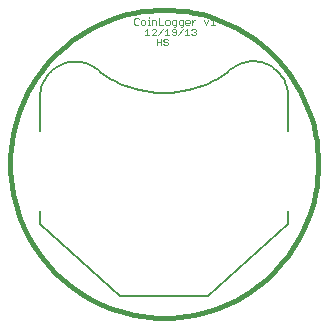
<source format=gbo>
G75*
G70*
%OFA0B0*%
%FSLAX24Y24*%
%IPPOS*%
%LPD*%
%AMOC8*
5,1,8,0,0,1.08239X$1,22.5*
%
%ADD10C,0.0160*%
%ADD11C,0.0020*%
%ADD12C,0.0080*%
D10*
X001877Y007227D02*
X001883Y007479D01*
X001902Y007730D01*
X001933Y007980D01*
X001976Y008228D01*
X002031Y008474D01*
X002098Y008717D01*
X002177Y008956D01*
X002268Y009191D01*
X002370Y009422D01*
X002483Y009647D01*
X002607Y009866D01*
X002742Y010079D01*
X002887Y010285D01*
X003042Y010483D01*
X003207Y010674D01*
X003380Y010857D01*
X003563Y011030D01*
X003754Y011195D01*
X003952Y011350D01*
X004158Y011495D01*
X004371Y011630D01*
X004590Y011754D01*
X004815Y011867D01*
X005046Y011969D01*
X005281Y012060D01*
X005520Y012139D01*
X005763Y012206D01*
X006009Y012261D01*
X006257Y012304D01*
X006507Y012335D01*
X006758Y012354D01*
X007010Y012360D01*
X007262Y012354D01*
X007513Y012335D01*
X007763Y012304D01*
X008011Y012261D01*
X008257Y012206D01*
X008500Y012139D01*
X008739Y012060D01*
X008974Y011969D01*
X009205Y011867D01*
X009430Y011754D01*
X009649Y011630D01*
X009862Y011495D01*
X010068Y011350D01*
X010266Y011195D01*
X010457Y011030D01*
X010640Y010857D01*
X010813Y010674D01*
X010978Y010483D01*
X011133Y010285D01*
X011278Y010079D01*
X011413Y009866D01*
X011537Y009647D01*
X011650Y009422D01*
X011752Y009191D01*
X011843Y008956D01*
X011922Y008717D01*
X011989Y008474D01*
X012044Y008228D01*
X012087Y007980D01*
X012118Y007730D01*
X012137Y007479D01*
X012143Y007227D01*
X012137Y006975D01*
X012118Y006724D01*
X012087Y006474D01*
X012044Y006226D01*
X011989Y005980D01*
X011922Y005737D01*
X011843Y005498D01*
X011752Y005263D01*
X011650Y005032D01*
X011537Y004807D01*
X011413Y004588D01*
X011278Y004375D01*
X011133Y004169D01*
X010978Y003971D01*
X010813Y003780D01*
X010640Y003597D01*
X010457Y003424D01*
X010266Y003259D01*
X010068Y003104D01*
X009862Y002959D01*
X009649Y002824D01*
X009430Y002700D01*
X009205Y002587D01*
X008974Y002485D01*
X008739Y002394D01*
X008500Y002315D01*
X008257Y002248D01*
X008011Y002193D01*
X007763Y002150D01*
X007513Y002119D01*
X007262Y002100D01*
X007010Y002094D01*
X006758Y002100D01*
X006507Y002119D01*
X006257Y002150D01*
X006009Y002193D01*
X005763Y002248D01*
X005520Y002315D01*
X005281Y002394D01*
X005046Y002485D01*
X004815Y002587D01*
X004590Y002700D01*
X004371Y002824D01*
X004158Y002959D01*
X003952Y003104D01*
X003754Y003259D01*
X003563Y003424D01*
X003380Y003597D01*
X003207Y003780D01*
X003042Y003971D01*
X002887Y004169D01*
X002742Y004375D01*
X002607Y004588D01*
X002483Y004807D01*
X002370Y005032D01*
X002268Y005263D01*
X002177Y005498D01*
X002098Y005737D01*
X002031Y005980D01*
X001976Y006226D01*
X001933Y006474D01*
X001902Y006724D01*
X001883Y006975D01*
X001877Y007227D01*
D11*
X006370Y011508D02*
X006517Y011508D01*
X006444Y011508D02*
X006444Y011728D01*
X006370Y011655D01*
X006347Y011863D02*
X006384Y011899D01*
X006384Y011973D01*
X006347Y012009D01*
X006274Y012009D01*
X006237Y011973D01*
X006237Y011899D01*
X006274Y011863D01*
X006347Y011863D01*
X006458Y011863D02*
X006532Y011863D01*
X006495Y011863D02*
X006495Y012009D01*
X006458Y012009D01*
X006495Y012083D02*
X006495Y012119D01*
X006605Y012009D02*
X006716Y012009D01*
X006752Y011973D01*
X006752Y011863D01*
X006826Y011863D02*
X006973Y011863D01*
X007047Y011899D02*
X007084Y011863D01*
X007158Y011863D01*
X007194Y011899D01*
X007194Y011973D01*
X007158Y012009D01*
X007084Y012009D01*
X007047Y011973D01*
X007047Y011899D01*
X006826Y011863D02*
X006826Y012083D01*
X006605Y012009D02*
X006605Y011863D01*
X006628Y011728D02*
X006591Y011692D01*
X006628Y011728D02*
X006702Y011728D01*
X006738Y011692D01*
X006738Y011655D01*
X006591Y011508D01*
X006738Y011508D01*
X006812Y011508D02*
X006959Y011728D01*
X007033Y011655D02*
X007107Y011728D01*
X007107Y011508D01*
X007180Y011508D02*
X007033Y011508D01*
X007022Y011394D02*
X006985Y011357D01*
X006985Y011320D01*
X007022Y011284D01*
X007095Y011284D01*
X007132Y011247D01*
X007132Y011210D01*
X007095Y011174D01*
X007022Y011174D01*
X006985Y011210D01*
X006911Y011174D02*
X006911Y011394D01*
X006911Y011284D02*
X006764Y011284D01*
X006764Y011174D02*
X006764Y011394D01*
X007022Y011394D02*
X007095Y011394D01*
X007132Y011357D01*
X007291Y011508D02*
X007365Y011508D01*
X007401Y011545D01*
X007401Y011692D01*
X007365Y011728D01*
X007291Y011728D01*
X007254Y011692D01*
X007254Y011655D01*
X007291Y011618D01*
X007401Y011618D01*
X007475Y011508D02*
X007622Y011728D01*
X007599Y011789D02*
X007636Y011826D01*
X007636Y012009D01*
X007526Y012009D01*
X007489Y011973D01*
X007489Y011899D01*
X007526Y011863D01*
X007636Y011863D01*
X007599Y011789D02*
X007563Y011789D01*
X007415Y011826D02*
X007415Y012009D01*
X007305Y012009D01*
X007268Y011973D01*
X007268Y011899D01*
X007305Y011863D01*
X007415Y011863D01*
X007415Y011826D02*
X007379Y011789D01*
X007342Y011789D01*
X007254Y011545D02*
X007291Y011508D01*
X007696Y011508D02*
X007843Y011508D01*
X007770Y011508D02*
X007770Y011728D01*
X007696Y011655D01*
X007747Y011863D02*
X007710Y011899D01*
X007710Y011973D01*
X007747Y012009D01*
X007820Y012009D01*
X007857Y011973D01*
X007857Y011936D01*
X007710Y011936D01*
X007747Y011863D02*
X007820Y011863D01*
X007931Y011863D02*
X007931Y012009D01*
X007931Y011936D02*
X008005Y012009D01*
X008041Y012009D01*
X008027Y011728D02*
X007954Y011728D01*
X007917Y011692D01*
X007991Y011618D02*
X008027Y011618D01*
X008064Y011582D01*
X008064Y011545D01*
X008027Y011508D01*
X007954Y011508D01*
X007917Y011545D01*
X008027Y011618D02*
X008064Y011655D01*
X008064Y011692D01*
X008027Y011728D01*
X008410Y011863D02*
X008337Y012009D01*
X008483Y012009D02*
X008410Y011863D01*
X008558Y011863D02*
X008704Y011863D01*
X008631Y011863D02*
X008631Y012083D01*
X008558Y012009D01*
X006163Y012046D02*
X006126Y012083D01*
X006053Y012083D01*
X006016Y012046D01*
X006016Y011899D01*
X006053Y011863D01*
X006126Y011863D01*
X006163Y011899D01*
D12*
X002868Y005640D02*
X002868Y005207D01*
X005546Y002817D01*
X008459Y002817D01*
X011136Y005207D01*
X011136Y005640D01*
X011136Y008317D02*
X011136Y009459D01*
X011135Y009526D01*
X011130Y009594D01*
X011121Y009661D01*
X011109Y009728D01*
X011092Y009793D01*
X011072Y009858D01*
X011048Y009921D01*
X011020Y009983D01*
X010989Y010043D01*
X010954Y010102D01*
X010916Y010158D01*
X010875Y010212D01*
X010831Y010263D01*
X010784Y010312D01*
X010734Y010358D01*
X010682Y010401D01*
X010627Y010440D01*
X010570Y010477D01*
X010511Y010510D01*
X010450Y010540D01*
X010387Y010566D01*
X010323Y010589D01*
X010258Y010607D01*
X010192Y010622D01*
X010125Y010633D01*
X010058Y010641D01*
X009990Y010644D01*
X009922Y010643D01*
X009855Y010639D01*
X009788Y010630D01*
X009721Y010618D01*
X009655Y010601D01*
X009590Y010581D01*
X009527Y010558D01*
X009465Y010530D01*
X009405Y010499D01*
X009346Y010465D01*
X009290Y010427D01*
X009236Y010386D01*
X009184Y010342D01*
X009136Y010295D01*
X009089Y010246D01*
X008941Y010148D01*
X008788Y010057D01*
X008631Y009973D01*
X008470Y009897D01*
X008306Y009830D01*
X008138Y009770D01*
X007968Y009719D01*
X007796Y009676D01*
X007621Y009641D01*
X007445Y009615D01*
X007268Y009598D01*
X007091Y009589D01*
X006913Y009589D01*
X006736Y009598D01*
X006559Y009615D01*
X006383Y009641D01*
X006208Y009676D01*
X006036Y009719D01*
X005866Y009770D01*
X005698Y009830D01*
X005534Y009897D01*
X005373Y009973D01*
X005216Y010057D01*
X005063Y010148D01*
X004915Y010246D01*
X004916Y010246D02*
X004869Y010294D01*
X004820Y010340D01*
X004768Y010382D01*
X004713Y010422D01*
X004657Y010458D01*
X004599Y010491D01*
X004538Y010521D01*
X004477Y010547D01*
X004413Y010570D01*
X004349Y010589D01*
X004284Y010604D01*
X004218Y010616D01*
X004151Y010623D01*
X004084Y010627D01*
X004017Y010628D01*
X003950Y010624D01*
X003883Y010617D01*
X003817Y010605D01*
X003752Y010590D01*
X003687Y010572D01*
X003624Y010549D01*
X003562Y010524D01*
X003501Y010494D01*
X003443Y010461D01*
X003386Y010425D01*
X003332Y010386D01*
X003280Y010344D01*
X003230Y010299D01*
X003183Y010251D01*
X003139Y010201D01*
X003097Y010148D01*
X003059Y010093D01*
X003024Y010035D01*
X002992Y009976D01*
X002964Y009915D01*
X002939Y009853D01*
X002918Y009789D01*
X002901Y009724D01*
X002887Y009659D01*
X002877Y009592D01*
X002870Y009526D01*
X002868Y009459D01*
X002868Y008317D01*
M02*

</source>
